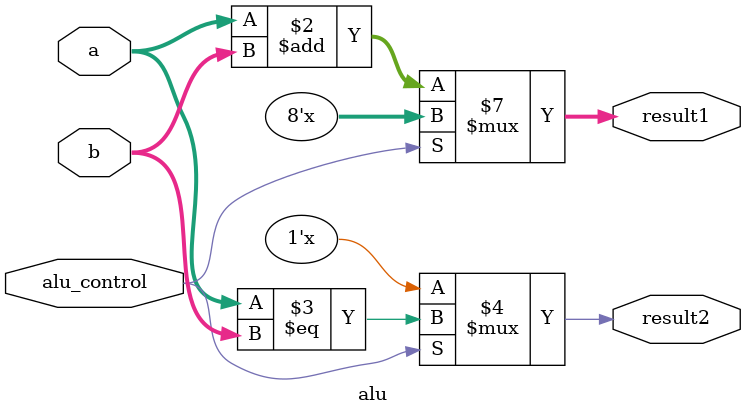
<source format=sv>
module alu( 
input logic [7:0] a, 
input logic [7:0] b,
input logic alu_control,     
output logic [7:0] result1,
output logic result2);  

 always_comb
 begin 
      case(alu_control)  
      1'b0: result1 <= a + b; 
      1'b1: result2 <= (a == b); 
      endcase  
 end  

 endmodule  
</source>
